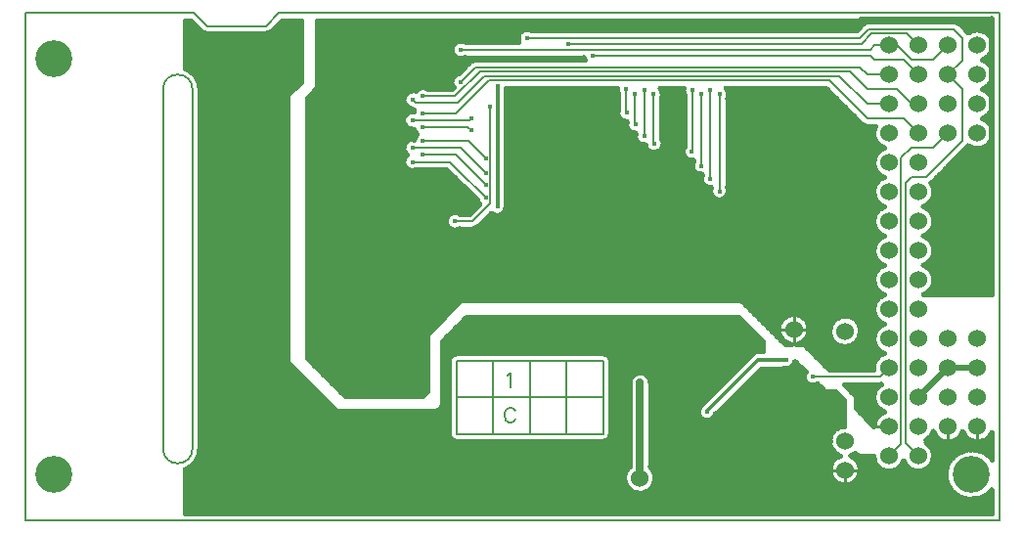
<source format=gtl>
%FSTAX23Y23*%
%MOIN*%
%SFA1B1*%

%IPPOS*%
%ADD10C,0.015000*%
%ADD11C,0.010000*%
%ADD12C,0.007000*%
%ADD13C,0.012000*%
%ADD14C,0.020000*%
%ADD15C,0.025000*%
%ADD16C,0.005000*%
%ADD17C,0.008000*%
%ADD18C,0.060000*%
%ADD19C,0.125980*%
%ADD20C,0.016000*%
%ADD21C,0.025000*%
%LNmb895c-1*%
%LPD*%
G54D10*
X03262Y0157D02*
D01*
D01*
G75*
G03X03295Y01601I-00016J00049D01*
G74*G01*
Y01639D02*
D01*
D01*
G75*
G03X03214Y01662I-00049J-00018D01*
G74*G01*
X03295Y01539D02*
D01*
D01*
G75*
G03X03262Y0157I-00048J-00018D01*
G74*G01*
Y0147D02*
D01*
D01*
G75*
G03X03295Y01501I-00016J00049D01*
G74*G01*
X03183Y01693D02*
D01*
D01*
G75*
G03X03165Y01701I-00018J-00018D01*
G74*G01*
X03183Y01693D02*
D01*
D01*
G75*
G03X03165Y01701I-00018J-00018D01*
G74*G01*
X03295Y01439D02*
D01*
D01*
G75*
G03X03262Y0147I-00048J-00018D01*
G74*G01*
Y0137D02*
D01*
D01*
G75*
G03X03295Y01401I-00016J00049D01*
G74*G01*
Y01339D02*
D01*
D01*
G75*
G03X03262Y0137I-00048J-00018D01*
G74*G01*
X03213Y01278D02*
D01*
D01*
G75*
G03X03295Y01301I00032J00041D01*
G74*G01*
X02898Y01344D02*
D01*
D01*
G75*
G03X02928Y0127I00046J-00024D01*
G74*G01*
D01*
D01*
G75*
G03Y0117I00016J-00050D01*
G74*G01*
X03097Y0112D02*
D01*
D01*
G75*
G03X03086Y01151I-00052J-0D01*
G74*G01*
X03061Y0107D02*
D01*
D01*
G75*
G03X03097Y0112I-00016J00049D01*
G74*G01*
X02928Y0117D02*
D01*
D01*
G75*
G03Y0107I00016J-00050D01*
G74*G01*
X02875Y01701D02*
D01*
D01*
G75*
G03X02856Y01693I0J-00026D01*
G74*G01*
X02875Y01701D02*
D01*
D01*
G75*
G03X02856Y01693I0J-00026D01*
G74*G01*
X02393Y01437D02*
D01*
D01*
G75*
G03X02397Y01453I-00025J00015D01*
G74*G01*
X02851Y01351D02*
D01*
D01*
G75*
G03X0287Y01344I00018J00018D01*
G74*G01*
X02851Y01351D02*
D01*
D01*
G75*
G03X0287Y01344I00018J00018D01*
G74*G01*
X02397Y01453D02*
D01*
D01*
G75*
G03X02389Y01474I-00030J0D01*
G74*G01*
X02243D02*
D01*
D01*
G75*
G03X02247Y01452I00029J-00006D01*
G74*G01*
X02397Y01122D02*
D01*
D01*
G75*
G03X02393Y01138I-00030J0D01*
G74*G01*
X02339Y01135D02*
D01*
D01*
G75*
G03X02397Y01122I00027J-00012D01*
G74*G01*
X02278Y01225D02*
D01*
D01*
G75*
G03X02307Y01179I00025J-00015D01*
G74*G01*
X02247Y01274D02*
D01*
D01*
G75*
G03X02278Y01228I00025J-00016D01*
G74*G01*
X02307Y01179D02*
D01*
D01*
G75*
G03X02339Y01135I00027J-00013D01*
G74*G01*
X03097Y0102D02*
D01*
D01*
G75*
G03X03061Y0107I-00052J-0D01*
G74*G01*
Y0097D02*
D01*
D01*
G75*
G03X03097Y0102I-00016J00049D01*
G74*G01*
X02928Y0107D02*
D01*
D01*
G75*
G03Y0097I00016J-00050D01*
G74*G01*
X03097Y0092D02*
D01*
D01*
G75*
G03X03061Y0097I-00052J-0D01*
G74*G01*
Y0087D02*
D01*
D01*
G75*
G03X03097Y0092I-00016J00049D01*
G74*G01*
Y0082D02*
D01*
D01*
G75*
G03X03061Y0087I-00052J-0D01*
G74*G01*
Y0077D02*
D01*
D01*
G75*
G03X03097Y0082I-00016J00049D01*
G74*G01*
X02928Y0097D02*
D01*
D01*
G75*
G03Y0087I00016J-00050D01*
G74*G01*
D01*
D01*
G75*
G03Y0077I00016J-00050D01*
G74*G01*
D01*
D01*
G75*
G03Y0067I00016J-00050D01*
G74*G01*
D01*
D01*
G75*
G03Y0057I00016J-00050D01*
G74*G01*
D01*
D01*
G75*
G03X02892Y00515I00016J-00049D01*
G74*G01*
X02915Y00465D02*
D01*
D01*
G75*
G03X02918Y00465I0J00023D01*
G74*G01*
D01*
D01*
G75*
G03X02928Y0037I00026J-00045D01*
G74*G01*
D01*
D01*
G75*
G03X02892Y00322I00016J-00049D01*
G74*G01*
X02915Y00465D02*
D01*
D01*
G75*
G03X02918Y00465I0J00023D01*
G74*G01*
X02847Y00645D02*
D01*
D01*
G75*
G03X02742I-00052J0D01*
G74*G01*
D01*
G75*
G03X02847I00052J0D01*
G74*G01*
X02629Y006D02*
D01*
D01*
G75*
G03X02672Y00652I-00009J00051D01*
G74*G01*
D01*
D01*
G75*
G03X0261Y006I-00052J-0D01*
G74*G01*
X01905Y01579D02*
D01*
D01*
G75*
G03X01907Y01571I00030J00006D01*
G74*G01*
X01725Y01671D02*
D01*
D01*
G75*
G03X01682Y01631I-00015J-00025D01*
G74*G01*
X02172Y01453D02*
D01*
D01*
G75*
G03X02164Y01474I-00030J0D01*
G74*G01*
X02168Y01437D02*
D01*
D01*
G75*
G03X02172Y01453I-00025J00015D01*
G74*G01*
X02021Y01401D02*
D01*
D01*
G75*
G03X02051Y01359I00028J-00011D01*
G74*G01*
X02175Y01285D02*
D01*
D01*
G75*
G03X02168Y01305I-00030J0D01*
G74*G01*
X02081Y01319D02*
D01*
D01*
G75*
G03X02114Y0128I00028J-00009D01*
G74*G01*
X02051Y01359D02*
D01*
D01*
G75*
G03X02081Y01319I00028J-00009D01*
G74*G01*
X02017Y01474D02*
D01*
D01*
G75*
G03X02021Y01454I00030J-00003D01*
G74*G01*
X015Y01631D02*
D01*
D01*
G75*
G03Y01579I-00015J-00026D01*
G74*G01*
X01535Y01571D02*
D01*
D01*
G75*
G03X01516Y01563I0J-00026D01*
G74*G01*
X01535Y01571D02*
D01*
D01*
G75*
G03X01516Y01563I0J-00026D01*
G74*G01*
X01638Y01469D02*
D01*
D01*
G75*
G03X01639Y01474I-00028J00010D01*
G74*G01*
X01477Y01524D02*
D01*
D01*
G75*
G03X0146Y01477I00007J-00029D01*
G74*G01*
X0137Y01472D02*
D01*
D01*
G75*
G03X0133Y01464I-00015J-00025D01*
G74*G01*
X01314Y01405D02*
D01*
D01*
G75*
G03X01326Y01399I00016J00019D01*
G74*G01*
X01314Y01405D02*
D01*
D01*
G75*
G03X01326Y01399I00016J00019D01*
G74*G01*
X0133Y01464D02*
D01*
D01*
G75*
G03X01314Y01405I-00009J-00029D01*
G74*G01*
X01336Y01316D02*
D01*
D01*
G75*
G03X01326Y01299I00019J-00023D01*
G74*G01*
X01325Y01334D02*
D01*
D01*
G75*
G03X01336Y01316I00029J00006D01*
G74*G01*
X01326Y01399D02*
D01*
D01*
G75*
G03X01325Y01394I00027J-00011D01*
G74*G01*
D01*
D01*
G75*
G03Y01334I-00005J-00030D01*
G74*G01*
X02114Y0128D02*
D01*
D01*
G75*
G03X02175Y01285I00030J00005D01*
G74*G01*
X0154Y01093D02*
D01*
D01*
G75*
G03X01548Y01078I00029J00007D01*
G74*G01*
X0164Y0107D02*
D01*
D01*
G75*
G03X01638Y01081I-00030J-0D01*
G74*G01*
X01588Y01048D02*
D01*
D01*
G75*
G03X0164Y0107I00021J00021D01*
G74*G01*
X01525Y00995D02*
D01*
D01*
G75*
G03X01542Y01002I0J00024D01*
G74*G01*
X01525Y00995D02*
D01*
D01*
G75*
G03X01542Y01002I0J00024D01*
G74*G01*
X01326Y01299D02*
D01*
D01*
G75*
G03X013Y01246I-00006J-00029D01*
G74*G01*
D01*
D01*
G75*
G03X01335Y01196I00019J-00023D01*
G74*G01*
X01482Y01045D02*
D01*
D01*
G75*
G03Y00995I-00017J-00025D01*
G74*G01*
X02584Y00519D02*
D01*
D01*
G75*
G03X02625Y00542I00010J00028D01*
G74*G01*
X0266Y00507D02*
D01*
D01*
G75*
G03X02702Y00465I00024J-00017D01*
G74*G01*
X02497Y00576D02*
D01*
D01*
G75*
G03X02477Y00567I0J-00028D01*
G74*G01*
X02497Y00576D02*
D01*
D01*
G75*
G03X02477Y00567I-0J-00028D01*
G74*G01*
X03196Y00304D02*
D01*
D01*
G75*
G03X03295Y00301I00050J00016D01*
G74*G01*
X03095Y00305D02*
D01*
D01*
G75*
G03X03196Y00304I00050J00014D01*
G74*G01*
X0307Y00274D02*
D01*
D01*
G75*
G03X03095Y00305I-00024J00046D01*
G74*G01*
X0213Y0047D02*
D01*
D01*
G75*
G03X0206I-00035J0D01*
G74*G01*
X01995Y00545D02*
D01*
D01*
G75*
G03X0197Y0057I-00025J0D01*
G74*G01*
X01995Y00545D02*
D01*
D01*
G75*
G03X0197Y0057I-00025J0D01*
G74*G01*
X01995Y00545D02*
D01*
D01*
G75*
G03X0197Y0057I-00025J0D01*
G74*G01*
X01995Y00545D02*
D01*
D01*
G75*
G03X0197Y0057I-00025J0D01*
G74*G01*
X01995Y00545D02*
D01*
D01*
G75*
G03X0197Y0057I-00025J0D01*
G74*G01*
X0213Y0047D02*
D01*
D01*
G75*
G03X0206I-00035J0D01*
G74*G01*
X02304Y00395D02*
D01*
D01*
G75*
G03X02298Y00384I00020J-00020D01*
G74*G01*
D01*
D01*
G75*
G03X02355Y00365I00026J-00014D01*
G74*G01*
X02304Y00395D02*
D01*
D01*
G75*
G03X02298Y00384I00020J-00020D01*
G74*G01*
X0197Y0027D02*
D01*
D01*
G75*
G03X01995Y00295I0J00025D01*
G74*G01*
X0197Y0027D02*
D01*
D01*
G75*
G03X01995Y00295I0J00025D01*
G74*G01*
X0197Y0027D02*
D01*
D01*
G75*
G03X01995Y00295I0J00025D01*
G74*G01*
X0197Y0027D02*
D01*
D01*
G75*
G03X01995Y00295I0J00025D01*
G74*G01*
X03295Y00209D02*
D01*
D01*
G75*
G03X03198Y00238I-00068J-00051D01*
G74*G01*
X03097Y0022D02*
D01*
D01*
G75*
G03X0307Y00266I-00052J-0D01*
G74*G01*
X03198Y00238D02*
D01*
D01*
G75*
G03X03251Y00075I00024J-00081D01*
G74*G01*
X02995Y00204D02*
D01*
D01*
G75*
G03X03097Y0022I00049J00016D01*
G74*G01*
X02813Y0022D02*
D01*
D01*
G75*
G03X02829Y0023I-00017J00049D01*
G74*G01*
X0279Y00322D02*
D01*
D01*
G75*
G03X02777Y00221I00005J-00052D01*
G74*G01*
X02892Y0022D02*
D01*
D01*
G75*
G03X02995Y00204I00052J-0D01*
G74*G01*
X02847Y00172D02*
D01*
D01*
G75*
G03X02813Y0022I-00052J-0D01*
G74*G01*
X02777Y00221D02*
D01*
D01*
G75*
G03X02847Y00172I00017J-00049D01*
G74*G01*
X03251Y00075D02*
D01*
D01*
G75*
G03X03295Y00105I-00024J00082D01*
G74*G01*
X02147Y00145D02*
D01*
D01*
G75*
G03X0213Y00184I-00052J0D01*
G74*G01*
X0206D02*
D01*
D01*
G75*
G03X02147Y00145I00035J-00039D01*
G74*G01*
X0147Y0057D02*
D01*
D01*
G75*
G03X01445Y00545I0J-00025D01*
G74*G01*
X0147Y0057D02*
D01*
D01*
G75*
G03X01445Y00545I0J-00025D01*
G74*G01*
X0147Y0057D02*
D01*
D01*
G75*
G03X01445Y00545I0J-00025D01*
G74*G01*
X0147Y0057D02*
D01*
D01*
G75*
G03X01445Y00545I0J-00025D01*
G74*G01*
X0082Y0166D02*
D01*
D01*
G75*
G03X00837Y01667I0J00024D01*
G74*G01*
X0082Y0166D02*
D01*
D01*
G75*
G03X00837Y01667I0J00024D01*
G74*G01*
X00602D02*
D01*
D01*
G75*
G03X0062Y0166I00017J00017D01*
G74*G01*
X00602Y01667D02*
D01*
D01*
G75*
G03X0062Y0166I00017J00017D01*
G74*G01*
X00595Y0147D02*
D01*
D01*
G75*
G03X00545Y01541I-00075J-0D01*
G74*G01*
X01445Y00295D02*
D01*
D01*
G75*
G03X0147Y0027I00025J0D01*
G74*G01*
X01445Y00295D02*
D01*
D01*
G75*
G03X0147Y0027I00025J0D01*
G74*G01*
X01445Y00295D02*
D01*
D01*
G75*
G03X0147Y0027I00025J0D01*
G74*G01*
X01445Y00295D02*
D01*
D01*
G75*
G03X0147Y0027I00025J0D01*
G74*G01*
X00545Y00174D02*
D01*
D01*
G75*
G03X00595Y00245I-00025J00070D01*
G74*G01*
X0328Y01659D02*
Y01705D01*
X03295Y01639D02*
Y01705D01*
X03265Y01668D02*
Y01705D01*
X03273Y01665D02*
X03295D01*
X03289Y0165D02*
X03295D01*
X03197Y0168D02*
X03295D01*
X0325Y01672D02*
Y01705D01*
X03235Y01671D02*
Y01705D01*
X0322Y01666D02*
Y01705D01*
X03205Y01671D02*
Y01705D01*
X03212Y01665D02*
X03218D01*
X0319Y01686D02*
Y01705D01*
X03295Y01539D02*
Y01601D01*
X03288Y0159D02*
X03295D01*
X0328Y0156D02*
X03295D01*
X03272Y01575D02*
X03295D01*
X0328Y01559D02*
Y01581D01*
X03284Y01485D02*
X03295D01*
Y01439D02*
Y01501D01*
X0328Y01459D02*
Y01481D01*
X03175Y01698D02*
Y01705D01*
X0316Y01701D02*
Y01705D01*
X03145Y01701D02*
Y01705D01*
X0313Y01701D02*
Y01705D01*
X03115Y01701D02*
Y01705D01*
X031Y01701D02*
Y01705D01*
X03085Y01701D02*
Y01705D01*
X0307Y01701D02*
Y01705D01*
X03055Y01701D02*
Y01705D01*
X0304Y01701D02*
Y01705D01*
X03025Y01701D02*
Y01705D01*
X0301Y01701D02*
Y01705D01*
X02995Y01701D02*
Y01705D01*
X03181Y01695D02*
X03295D01*
X03183Y01693D02*
X03213Y01663D01*
X02875Y01701D02*
X03165D01*
X0298D02*
Y01705D01*
X02965Y01701D02*
Y01705D01*
X0295Y01701D02*
Y01705D01*
X02935Y01701D02*
Y01705D01*
X0292Y01701D02*
Y01705D01*
X02905Y01701D02*
Y01705D01*
X03262Y0147D02*
X03295D01*
X03285Y01455D02*
X03295D01*
X03279Y0138D02*
X03295D01*
X03273Y01365D02*
X03295D01*
X0328Y01359D02*
Y01381D01*
X03295Y01339D02*
Y01401D01*
X03289Y0135D02*
X03295D01*
X03288Y0129D02*
X03295D01*
X03272Y01275D02*
X03295D01*
X03195Y0126D02*
X03295D01*
X0318Y01245D02*
X03295D01*
X03165Y0123D02*
X03295D01*
X0315Y01215D02*
X03295D01*
X03135Y012D02*
X03295D01*
X0321Y01275D02*
X03219D01*
X0312Y01185D02*
X03295D01*
X03105Y0117D02*
X03295D01*
X03097Y01125D02*
X03295D01*
X03096Y0111D02*
X03295D01*
X03093Y0114D02*
X03295D01*
X0292Y01266D02*
Y01273D01*
X03087Y01152D02*
X03212Y01277D01*
X0309Y01155D02*
X03295D01*
X02393Y0117D02*
X02928D01*
X02393Y01275D02*
X02918D01*
X02905Y01255D02*
Y01285D01*
X02393Y0126D02*
X0291D01*
X0292Y01166D02*
Y01173D01*
X02905Y01155D02*
Y01185D01*
X02393Y01185D02*
X02906D01*
X03091Y01095D02*
X03295D01*
X03078Y0108D02*
X03295D01*
X03088Y0105D02*
X03295D01*
X03095Y01035D02*
X03295D01*
X03072Y01065D02*
X03295D01*
X02393Y01155D02*
X02905D01*
X0307Y01065D02*
Y01074D01*
X03085Y01053D02*
Y01087D01*
X0292Y01066D02*
Y01073D01*
X0289Y01701D02*
Y01705D01*
X02875Y01701D02*
Y01705D01*
X0286Y01697D02*
Y01705D01*
X02845Y01682D02*
Y01705D01*
X0283Y01671D02*
Y01705D01*
X02815Y01671D02*
Y01705D01*
X028Y01671D02*
Y01705D01*
X02785Y01671D02*
Y01705D01*
X0277Y01671D02*
Y01705D01*
X02755Y01671D02*
Y01705D01*
X0274Y01671D02*
Y01705D01*
X02725Y01671D02*
Y01705D01*
X0271Y01671D02*
Y01705D01*
X02695Y01671D02*
Y01705D01*
X0268Y01671D02*
Y01705D01*
X02665Y01671D02*
Y01705D01*
X0265Y01671D02*
Y01705D01*
X02635Y01671D02*
Y01705D01*
X0262Y01671D02*
Y01705D01*
X02605Y01671D02*
Y01705D01*
X0259Y01671D02*
Y01705D01*
X02575Y01671D02*
Y01705D01*
X0256Y01671D02*
Y01705D01*
X02545Y01671D02*
Y01705D01*
X0253Y01671D02*
Y01705D01*
X02515Y01671D02*
Y01705D01*
X025Y01671D02*
Y01705D01*
X02485Y01671D02*
Y01705D01*
X0247Y01671D02*
Y01705D01*
X02455Y01671D02*
Y01705D01*
X0244Y01671D02*
Y01705D01*
X02425Y01671D02*
Y01705D01*
X0241Y01671D02*
Y01705D01*
X02395Y01671D02*
Y01705D01*
X0238Y01671D02*
Y01705D01*
X02365Y01671D02*
Y01705D01*
X0235Y01671D02*
Y01705D01*
X02335Y01671D02*
Y01705D01*
X0232Y01671D02*
Y01705D01*
X02305Y01671D02*
Y01705D01*
X0229Y01671D02*
Y01705D01*
X02275Y01671D02*
Y01705D01*
X0226Y01671D02*
Y01705D01*
X02245Y01671D02*
Y01705D01*
X0223Y01671D02*
Y01705D01*
X02215Y01671D02*
Y01705D01*
X022Y01671D02*
Y01705D01*
X02185Y01671D02*
Y01705D01*
X02834Y01671D02*
X02856Y01693D01*
X02393Y0141D02*
X02793D01*
X02393Y01395D02*
X02808D01*
X02393Y0138D02*
X02823D01*
X02395Y01463D02*
Y01474D01*
X02397Y01455D02*
X02748D01*
X02392Y0147D02*
X02733D01*
X02394Y0144D02*
X02763D01*
X02393Y01425D02*
X02778D01*
X0287Y01344D02*
X02898D01*
X02393Y01335D02*
X02894D01*
X02397Y01125D02*
X02892D01*
X02905Y01055D02*
Y01085D01*
X02395Y0111D02*
X02893D01*
X02729Y01474D02*
X02851Y01351D01*
X02395Y01132D02*
Y01442D01*
X02393Y01138D02*
Y01437D01*
Y01365D02*
X02838D01*
X02393Y0135D02*
X02853D01*
X02393Y0132D02*
X02892D01*
X02393Y01305D02*
X02894D01*
X02389Y01474D02*
X02729D01*
X02393Y0129D02*
X02902D01*
X02393Y01245D02*
X02898D01*
X02393Y0123D02*
X02893D01*
X02247Y01274D02*
Y01452D01*
X02175Y0129D02*
X02247D01*
X02245Y01272D02*
Y01453D01*
X02173Y01275D02*
X02247D01*
X02393Y01215D02*
X02892D01*
X02393Y012D02*
X02896D01*
X02393Y0114D02*
X02896D01*
X0238Y01095D02*
X02898D01*
X02275Y0122D02*
Y01227D01*
X02305Y01174D02*
Y01179D01*
X03097Y0102D02*
X03295D01*
X03095Y01005D02*
X03295D01*
X03091Y00945D02*
X03295D01*
X03096Y0093D02*
X03295D01*
X03097Y00915D02*
X03295D01*
X03093Y009D02*
X03295D01*
Y0077D02*
Y01301D01*
X0328Y0077D02*
Y01281D01*
X03093Y0084D02*
X03295D01*
X03097Y00825D02*
X03295D01*
X03096Y0081D02*
X03295D01*
X03091Y00795D02*
X03295D01*
X03265Y0077D02*
Y01271D01*
X03235Y0077D02*
Y01268D01*
X0322Y0077D02*
Y01274D01*
X0325Y0077D02*
Y01268D01*
X03205Y0077D02*
Y0127D01*
X0319Y0077D02*
Y01255D01*
X03175Y0077D02*
Y0124D01*
X0316Y0077D02*
Y01225D01*
X03145Y0077D02*
Y0121D01*
X0313Y0077D02*
Y01195D01*
X03115Y0077D02*
Y0118D01*
X031Y0077D02*
Y01165D01*
X03087Y0099D02*
X03295D01*
X03079Y0096D02*
X03295D01*
X03083Y00885D02*
X03295D01*
X03071Y00975D02*
X03295D01*
X02905Y00955D02*
Y00985D01*
X03085Y00953D02*
Y00987D01*
X0307Y00965D02*
Y00974D01*
X0292Y00966D02*
Y00973D01*
X03085Y00853D02*
Y00887D01*
X03061Y0087D02*
X03295D01*
X03084Y00855D02*
X03295D01*
X0307Y00865D02*
Y00874D01*
X02905Y00855D02*
Y00885D01*
X0292Y00866D02*
Y00873D01*
X03085Y0077D02*
Y00787D01*
X03078Y0078D02*
X03295D01*
X0307Y0077D02*
Y00774D01*
X0292Y00766D02*
Y00773D01*
X03061Y0077D02*
X03295D01*
X02905Y00755D02*
Y00785D01*
X0292Y00666D02*
Y00673D01*
X02905Y00655D02*
Y00685D01*
X0292Y00566D02*
Y00573D01*
X02905Y00555D02*
Y00585D01*
X02847Y00645D02*
X02898D01*
X0292Y00366D02*
Y00373D01*
X02905Y00455D02*
Y00465D01*
Y00355D02*
Y00385D01*
X0287Y00345D02*
X02898D01*
X02885Y0033D02*
X02893D01*
X02855Y0036D02*
X0291D01*
X02822Y0069D02*
X02902D01*
X02838Y00675D02*
X02918D01*
X0244Y0075D02*
X02901D01*
X02845Y0066D02*
X0291D01*
X02685Y0057D02*
X02928D01*
X0267Y00585D02*
X02906D01*
X0247Y0072D02*
X02892D01*
X02485Y00705D02*
X02894D01*
X02455Y00735D02*
X02894D01*
X02845Y0063D02*
X02893D01*
X02837Y00615D02*
X02892D01*
X02821Y006D02*
X02896D01*
X0279Y00465D02*
X02917D01*
X0279Y00465D02*
X02915D01*
X027Y00555D02*
X02905D01*
X0283Y0039D02*
X02902D01*
X0284Y00375D02*
X02918D01*
X02805Y0045D02*
X02901D01*
X0273Y00525D02*
X02892D01*
X0274Y00515D02*
X02892D01*
X02715Y0054D02*
X02896D01*
X0283Y0042D02*
X02892D01*
X0283Y00405D02*
X02894D01*
X0282Y00435D02*
X02894D01*
X02785Y00697D02*
Y01417D01*
X0277Y00691D02*
Y01432D01*
X02755Y0068D02*
Y01447D01*
X02815Y00693D02*
Y01387D01*
X0283Y00683D02*
Y01372D01*
X028Y00697D02*
Y01402D01*
X02635Y00702D02*
Y01474D01*
X0265Y00694D02*
Y01474D01*
X0262Y00704D02*
Y01474D01*
X02605Y00702D02*
Y01474D01*
X0259Y00695D02*
Y01474D01*
X02575Y0068D02*
Y01474D01*
X02845Y00658D02*
Y01357D01*
X0274Y00515D02*
Y01462D01*
X02725Y00529D02*
Y01474D01*
X0289Y00515D02*
Y01344D01*
X02875Y00515D02*
Y01344D01*
X0286Y00515D02*
Y01345D01*
X02695Y00559D02*
Y01474D01*
X0271Y00544D02*
Y01474D01*
X0268Y00574D02*
Y01474D01*
X02665Y00677D02*
Y01474D01*
X0256Y00629D02*
Y01474D01*
X02545Y00644D02*
Y01474D01*
X02425Y0075D02*
Y01474D01*
X0241Y0075D02*
Y01474D01*
X02395Y0075D02*
Y01112D01*
X0238Y0075D02*
Y01095D01*
X02365Y0075D02*
Y01092D01*
X0235Y0075D02*
Y01096D01*
X0229Y0075D02*
Y01182D01*
X02275Y0075D02*
Y01198D01*
X0226Y0075D02*
Y01229D01*
X02335Y0075D02*
Y01134D01*
X0232Y0075D02*
Y01138D01*
X02305Y0075D02*
Y01156D01*
X02515Y00674D02*
Y01474D01*
X0253Y00659D02*
Y01474D01*
X025Y00689D02*
Y01474D01*
X0247Y00719D02*
Y01474D01*
X02485Y00704D02*
Y01474D01*
X02455Y00734D02*
Y01474D01*
X0223Y0075D02*
Y01474D01*
X0244Y00749D02*
Y01474D01*
X02215Y0075D02*
Y01474D01*
X02245Y0075D02*
Y01243D01*
X022Y0075D02*
Y01474D01*
X02185Y0075D02*
Y01474D01*
X02845Y00515D02*
Y00632D01*
X0283Y00515D02*
Y00607D01*
X02815Y00515D02*
Y00597D01*
X028Y00515D02*
Y00593D01*
X02785Y00515D02*
Y00593D01*
X02671Y0066D02*
X02744D01*
X02672Y00645D02*
X02742D01*
X02667Y00675D02*
X02751D01*
X02667Y0063D02*
X02744D01*
X0277Y00515D02*
Y00598D01*
X02665Y00589D02*
Y00626D01*
X02875Y00339D02*
Y00465D01*
X0289Y00324D02*
Y00465D01*
X0286Y00354D02*
Y00465D01*
X02845Y00369D02*
Y00465D01*
X02835Y0038D02*
X02892Y00322D01*
X0283Y00385D02*
X02835Y0038D01*
X0279Y00465D02*
X0283Y00425D01*
X0283Y00384D02*
Y00465D01*
X02755Y00515D02*
Y0061D01*
X02815Y00439D02*
Y00465D01*
X0283Y00385D02*
Y00425D01*
X028Y00454D02*
Y00465D01*
X02656Y0069D02*
X02767D01*
X025D02*
X02583D01*
X02657Y00615D02*
X02752D01*
X0253Y0066D02*
X02568D01*
X02545Y00645D02*
X02567D01*
X02515Y00675D02*
X02572D01*
X02575Y00614D02*
Y00623D01*
X02575Y00615D02*
X02582D01*
X0256Y0063D02*
X02572D01*
X02655Y006D02*
X02665Y0059D01*
X02655Y006D02*
X02768D01*
X02665Y0059D02*
X0274Y00515D01*
X02629Y006D02*
X02655D01*
X0265D02*
Y00609D01*
X0244Y0075D02*
X0259Y006D01*
X0259D02*
Y00608D01*
X0259Y006D02*
X0261D01*
X0217Y01671D02*
Y01705D01*
X02155Y01671D02*
Y01705D01*
X0214Y01671D02*
Y01705D01*
X02125Y01671D02*
Y01705D01*
X0211Y01671D02*
Y01705D01*
X02095Y01671D02*
Y01705D01*
X0208Y01671D02*
Y01705D01*
X02065Y01671D02*
Y01705D01*
X0205Y01671D02*
Y01705D01*
X02035Y01671D02*
Y01705D01*
X0202Y01671D02*
Y01705D01*
X02005Y01671D02*
Y01705D01*
X0199Y01671D02*
Y01705D01*
X01975Y01671D02*
Y01705D01*
X0196Y01671D02*
Y01705D01*
X01945Y01671D02*
Y01705D01*
X0193Y01671D02*
Y01705D01*
X01915Y01671D02*
Y01705D01*
X019Y01671D02*
Y01705D01*
X01885Y01671D02*
Y01705D01*
X0187Y01671D02*
Y01705D01*
X019Y01571D02*
Y01579D01*
X01885Y01571D02*
Y01579D01*
X01855Y01671D02*
Y01705D01*
X0184Y01671D02*
Y01705D01*
X00995D02*
X03295D01*
X00995Y01695D02*
X02858D01*
X01825Y01671D02*
Y01705D01*
X00995Y0168D02*
X02842D01*
X0181Y01671D02*
Y01705D01*
X01795Y01671D02*
Y01705D01*
X0178Y01671D02*
Y01705D01*
X01765Y01671D02*
Y01705D01*
X0175Y01671D02*
Y01705D01*
X01705Y01675D02*
Y01705D01*
X01725Y01671D02*
X02834D01*
X0187Y01571D02*
Y01579D01*
X015D02*
X01905D01*
X01855Y01571D02*
Y01579D01*
X0184Y01571D02*
Y01579D01*
X01825Y01571D02*
Y01579D01*
X01735Y01671D02*
Y01705D01*
X0172Y01673D02*
Y01705D01*
X0169Y01669D02*
Y01705D01*
X0181Y01571D02*
Y01579D01*
X01795Y01571D02*
Y01579D01*
X02172Y01455D02*
X02245D01*
X02169Y0144D02*
X02247D01*
X02164Y01474D02*
X02243D01*
X02168Y01425D02*
X02247D01*
X02168Y0141D02*
X02247D01*
X02168Y01395D02*
X02247D01*
X02167Y0147D02*
X02242D01*
X0217Y01463D02*
Y01474D01*
X02021Y01401D02*
Y01454D01*
X0202Y01399D02*
Y01456D01*
X02168Y0138D02*
X02247D01*
X02168Y01365D02*
X02247D01*
X02168Y0135D02*
X02247D01*
X02168Y01335D02*
X02247D01*
X02168Y0132D02*
X02247D01*
X02168Y01305D02*
X02247D01*
X02168Y01305D02*
Y01437D01*
X0217Y01301D02*
Y01442D01*
X01535Y01571D02*
X01907D01*
X01488Y01575D02*
X01906D01*
X01639Y01474D02*
X02017D01*
X01638Y0147D02*
X02017D01*
X01638Y01455D02*
X02021D01*
X0178Y01571D02*
Y01579D01*
X01765Y01571D02*
Y01579D01*
X0175Y01571D02*
Y01579D01*
X01735Y01571D02*
Y01579D01*
X0172Y01571D02*
Y01579D01*
X01705Y01571D02*
Y01579D01*
X01638Y0135D02*
X02049D01*
X01638Y01335D02*
X02053D01*
X01638Y0132D02*
X02076D01*
X01638Y01305D02*
X02079D01*
X01638Y0129D02*
X02087D01*
X01638Y01275D02*
X02116D01*
X01638Y0144D02*
X02021D01*
X01638Y01425D02*
X02021D01*
X01638Y0141D02*
X02021D01*
X01638Y01395D02*
X02019D01*
X01638Y0138D02*
X02021D01*
X01638Y01365D02*
X02032D01*
X01675Y01631D02*
Y01705D01*
X0166Y01631D02*
Y01705D01*
X01645Y01631D02*
Y01705D01*
X0163Y01631D02*
Y01705D01*
X01615Y01631D02*
Y01705D01*
X016Y01631D02*
Y01705D01*
X01585Y01631D02*
Y01705D01*
X0157Y01631D02*
Y01705D01*
X01555Y01631D02*
Y01705D01*
X0154Y01631D02*
Y01705D01*
X01525Y01631D02*
Y01705D01*
X0151Y01631D02*
Y01705D01*
X0169Y01571D02*
Y01579D01*
X01675Y01571D02*
Y01579D01*
X015Y01631D02*
X01682D01*
X0166Y01571D02*
Y01579D01*
X01645Y01571D02*
Y01579D01*
X0163Y01571D02*
Y01579D01*
X01615Y01571D02*
Y01579D01*
X016Y01571D02*
Y01579D01*
X01585Y01571D02*
Y01579D01*
X0157Y01571D02*
Y01579D01*
X01555Y01571D02*
Y01579D01*
X0154Y01571D02*
Y01579D01*
X0148Y01635D02*
Y01705D01*
X01495Y01633D02*
Y01705D01*
X00995Y01665D02*
X01686D01*
X01491Y01635D02*
X01681D01*
X00995Y0165D02*
X01679D01*
X00995Y01635D02*
X01478D01*
X01465Y01629D02*
Y01705D01*
X00995Y0162D02*
X01458D01*
X00995Y01605D02*
X01454D01*
X01465Y01519D02*
Y01581D01*
X00995Y0159D02*
X01458D01*
X0145Y01472D02*
Y01705D01*
X01435Y01472D02*
Y01705D01*
X0142Y01472D02*
Y01705D01*
X01405Y01472D02*
Y01705D01*
X0139Y01472D02*
Y01705D01*
X01375Y01472D02*
Y01705D01*
X0136Y01476D02*
Y01705D01*
X01345Y01475D02*
Y01705D01*
X0133Y01465D02*
Y01705D01*
X01315Y01465D02*
Y01705D01*
X013Y01458D02*
Y01705D01*
X00995Y01475D02*
Y01705D01*
X01525Y01569D02*
Y01579D01*
X0151Y01557D02*
Y01579D01*
X01477Y01524D02*
X01516Y01563D01*
X01495Y01542D02*
Y01576D01*
X0148Y01527D02*
Y01575D01*
X01455Y01472D02*
X0146Y01477D01*
X0137Y01472D02*
X01455D01*
X0133Y01311D02*
Y01322D01*
X01315Y01394D02*
Y01404D01*
X013Y01388D02*
Y01412D01*
X01322Y01395D02*
X01325D01*
X01315Y013D02*
Y01334D01*
X013Y01293D02*
Y0134D01*
X00995Y01575D02*
X01481D01*
X00995Y0156D02*
X01512D01*
X00995Y01545D02*
X01497D01*
X00995Y0153D02*
X01482D01*
X00995Y01515D02*
X01461D01*
X00995Y015D02*
X01454D01*
X00995Y01485D02*
X01456D01*
X00989Y0147D02*
X01335D01*
X0096Y0144D02*
X00995Y01475D01*
X00974Y01455D02*
X01297D01*
X0096Y0144D02*
X0129D01*
X0096Y01425D02*
X01292D01*
X0096Y0141D02*
X01303D01*
X0096Y01395D02*
X01317D01*
X0096Y01335D02*
X01312D01*
X0096Y0132D02*
X01332D01*
X0096Y01305D02*
X01327D01*
X0096Y0138D02*
X01293D01*
X0096Y01365D02*
X01289D01*
X0096Y0135D02*
X01293D01*
X0096Y0129D02*
X01296D01*
X0096Y01275D02*
X01289D01*
X02162Y0126D02*
X02242D01*
X0217Y0075D02*
Y01269D01*
X02155Y0075D02*
Y01256D01*
X0214Y0075D02*
Y01255D01*
X02125Y0075D02*
Y01261D01*
X02065Y0075D02*
Y01323D01*
X0205Y0075D02*
Y01341D01*
X02035Y0075D02*
Y01363D01*
X0211Y0075D02*
Y01279D01*
X02095Y0075D02*
Y01283D01*
X0208Y0075D02*
Y01301D01*
X02005Y0075D02*
Y01474D01*
X0199Y0075D02*
Y01474D01*
X01975Y0075D02*
Y01474D01*
X0202Y0075D02*
Y01381D01*
X0196Y0075D02*
Y01474D01*
X01945Y0075D02*
Y01474D01*
X0193Y0075D02*
Y01474D01*
X01915Y0075D02*
Y01474D01*
X019Y0075D02*
Y01474D01*
X01885Y0075D02*
Y01474D01*
X0187Y0075D02*
Y01474D01*
X01855Y0075D02*
Y01474D01*
X01638Y0123D02*
X0226D01*
X01638Y01215D02*
X02274D01*
X01638Y012D02*
X02275D01*
X01638Y01185D02*
X02286D01*
X01638Y0117D02*
X02304D01*
X01638Y01155D02*
X02306D01*
X0184Y0075D02*
Y01474D01*
X01825Y0075D02*
Y01474D01*
X01638Y01081D02*
Y01469D01*
Y0126D02*
X02127D01*
X01638Y01245D02*
X02245D01*
X01452Y01181D02*
X0154Y01093D01*
X0181Y0075D02*
Y01474D01*
X01795Y0075D02*
Y01474D01*
X0178Y0075D02*
Y01474D01*
X01765Y0075D02*
Y01474D01*
X0175Y0075D02*
Y01474D01*
X01735Y0075D02*
Y01474D01*
X0172Y0075D02*
Y01474D01*
X01705Y0075D02*
Y01474D01*
X0169Y0075D02*
Y01474D01*
X01675Y0075D02*
Y01474D01*
X0166Y0075D02*
Y01474D01*
X01645Y0075D02*
Y01474D01*
X01638Y01125D02*
X02336D01*
X01638Y0111D02*
X02339D01*
X01638Y01095D02*
X02354D01*
X01638Y0108D02*
X02911D01*
X0164Y01065D02*
X02917D01*
X01632Y0105D02*
X02901D01*
X01638Y0114D02*
X02317D01*
X01525Y01056D02*
Y01107D01*
X0154Y01071D02*
Y01091D01*
X0163Y0075D02*
Y01048D01*
X01615Y0075D02*
Y0104D01*
X016Y0075D02*
Y01041D01*
X01575Y01035D02*
X02894D01*
X0156Y0102D02*
X02892D01*
X01545Y01005D02*
X02894D01*
X01585Y0075D02*
Y01045D01*
X0157Y0075D02*
Y0103D01*
X01542Y01002D02*
X01588Y01048D01*
X01555Y0075D02*
Y01015D01*
X0154Y0075D02*
Y01001D01*
X01468Y0099D02*
X02902D01*
X0096Y00975D02*
X02918D01*
X0096Y0096D02*
X0291D01*
X0096Y00945D02*
X02898D01*
X0096Y0093D02*
X02893D01*
X0096Y00915D02*
X02892D01*
X0096Y01095D02*
X01538D01*
X01514Y01045D02*
X01548Y01078D01*
X0096Y0108D02*
X01547D01*
X01482Y00995D02*
X01525D01*
X0096Y01065D02*
X01534D01*
X0096Y00885D02*
X02906D01*
X0096Y0087D02*
X02928D01*
X0096Y00855D02*
X02905D01*
X0096Y00795D02*
X02898D01*
X0096Y0078D02*
X02911D01*
X0096Y00765D02*
X02917D01*
X0096Y009D02*
X02896D01*
X0096Y0084D02*
X02896D01*
X0096Y00825D02*
X02892D01*
X01485Y0075D02*
X0244D01*
X0096Y0081D02*
X02893D01*
X01436Y01196D02*
X01452Y01181D01*
X01435Y01029D02*
Y01196D01*
X01335D02*
X01436D01*
X01465Y0105D02*
Y01167D01*
X0148Y01046D02*
Y01152D01*
X0145Y01047D02*
Y01182D01*
X0142Y00686D02*
Y01196D01*
X01405Y00671D02*
Y01196D01*
X0139Y00656D02*
Y01196D01*
X01375Y00641D02*
Y01196D01*
X0136Y00431D02*
Y01196D01*
X013Y00425D02*
Y01199D01*
X01285Y00425D02*
Y01705D01*
X01345Y00425D02*
Y01196D01*
X0133Y00425D02*
Y01194D01*
X01315Y00425D02*
Y01192D01*
X0127Y00425D02*
Y01705D01*
X01255Y00425D02*
Y01705D01*
X0124Y00425D02*
Y01705D01*
X01225Y00425D02*
Y01705D01*
X0121Y00425D02*
Y01705D01*
X01195Y00425D02*
Y01705D01*
X0096Y0126D02*
X01291D01*
X0096Y01245D02*
X01299D01*
X0096Y012D02*
X01299D01*
X0096Y01185D02*
X01448D01*
X0096Y0117D02*
X01463D01*
X0096Y01155D02*
X01478D01*
X00985Y00529D02*
Y01466D01*
X01Y00514D02*
Y01705D01*
X0097Y00544D02*
Y01451D01*
X0096Y0123D02*
X0129D01*
X0096Y00555D02*
Y0144D01*
Y01215D02*
X0129D01*
X0118Y00425D02*
Y01705D01*
X01165Y00425D02*
Y01705D01*
X0115Y00425D02*
Y01705D01*
X01135Y00425D02*
Y01705D01*
X0112Y00425D02*
Y01705D01*
X01105Y00425D02*
Y01705D01*
X01075Y00439D02*
Y01705D01*
X0109Y00425D02*
Y01705D01*
X0106Y00454D02*
Y01705D01*
X0103Y00484D02*
Y01705D01*
X01045Y00469D02*
Y01705D01*
X01015Y00499D02*
Y01705D01*
X0151Y01045D02*
Y01122D01*
X01495Y01045D02*
Y01137D01*
X01471Y0105D02*
X01519D01*
X01525Y0075D02*
Y00995D01*
X0151Y0075D02*
Y00995D01*
X01482Y01045D02*
X01514D01*
X01495Y0075D02*
Y00995D01*
X01435Y00701D02*
Y01011D01*
X0148Y00746D02*
Y00994D01*
X01465Y00731D02*
Y00989D01*
X0145Y00716D02*
Y00993D01*
X0137Y00635D02*
X01485Y0075D01*
X0099Y00525D02*
X0137D01*
X00975Y0054D02*
X0137D01*
X0102Y00495D02*
X0137D01*
X01035Y0048D02*
X0137D01*
X01005Y0051D02*
X0137D01*
X01065Y0045D02*
X0137D01*
Y0044D02*
Y00635D01*
X0105Y00465D02*
X0137D01*
X01355Y00425D02*
X0137Y0044D01*
X0109Y00425D02*
X01355D01*
X0108Y00435D02*
X01364D01*
X0096Y0114D02*
X01493D01*
X0096Y01125D02*
X01508D01*
X0096Y0111D02*
X01523D01*
X0096Y0099D02*
X01461D01*
X0096Y0075D02*
X01484D01*
X0096Y00735D02*
X01469D01*
X0096Y0105D02*
X01458D01*
X0096Y01035D02*
X01438D01*
X0096Y0102D02*
X01434D01*
X0096Y01005D02*
X01438D01*
X0096Y0072D02*
X01454D01*
X0096Y00705D02*
X01439D01*
X0096Y0069D02*
X01424D01*
X0096Y00675D02*
X01409D01*
X0096Y0066D02*
X01394D01*
X0096Y00645D02*
X01379D01*
X0096Y0063D02*
X0137D01*
X0096Y00615D02*
X0137D01*
X0096Y006D02*
X0137D01*
X0096Y00585D02*
X0137D01*
X0096Y0057D02*
X0137D01*
X0096Y00555D02*
X0137D01*
X0096Y00555D02*
X0109Y00425D01*
X02624Y0054D02*
X02627D01*
X02625Y00542D02*
X0266Y00507D01*
X02615Y00525D02*
X02642D01*
X025Y0051D02*
X02657D01*
X02515Y00576D02*
Y0061D01*
X025Y00576D02*
Y00624D01*
X02485Y00573D02*
Y00639D01*
X02509Y00519D02*
X02584D01*
X02497Y00576D02*
X02515D01*
X0276Y00442D02*
X0279Y00412D01*
X0277Y00316D02*
Y00431D01*
X02725Y00442D02*
X0276D01*
X0279Y00322D02*
Y00412D01*
X02785Y00321D02*
Y00416D01*
X02702Y00465D02*
X02715Y00452D01*
X02485Y00495D02*
X02654D01*
X02755Y00304D02*
Y00442D01*
X02715Y00452D02*
X02725Y00442D01*
X0247Y00561D02*
Y00654D01*
X0243Y00695D02*
X02515Y0061D01*
X01973Y0057D02*
X02479D01*
X02455Y00546D02*
Y00669D01*
X0244Y00531D02*
Y00684D01*
X01993Y00555D02*
X02464D01*
X01995Y0054D02*
X02449D01*
X01995Y00525D02*
X02434D01*
X02455Y00465D02*
X02667D01*
X0244Y0045D02*
X02717D01*
X02425Y00435D02*
X02767D01*
X0241Y0042D02*
X02782D01*
X02395Y00405D02*
X0279D01*
X02425Y00516D02*
Y00695D01*
X02304Y00395D02*
X02477Y00567D01*
X0247Y0048D02*
X02656D01*
X02355Y00365D02*
X02509Y00519D01*
X03284Y00285D02*
X03295D01*
X03261Y0027D02*
X03295D01*
X03161D02*
X0323D01*
X03194Y003D02*
X03197D01*
X03184Y00285D02*
X03207D01*
X03093Y003D02*
X03097D01*
X0325Y00239D02*
Y00268D01*
X03265Y00233D02*
Y00271D01*
X03235Y00242D02*
Y00268D01*
X03279Y00225D02*
X03295D01*
X03249Y0024D02*
X03295D01*
X03205Y0024D02*
Y00286D01*
X0319Y00235D02*
Y00293D01*
X0322Y00242D02*
Y00274D01*
X03175Y00227D02*
Y00277D01*
X0238Y0039D02*
X0279D01*
X02365Y00375D02*
X0279D01*
X02353Y0036D02*
X0279D01*
X03083Y00285D02*
X03107D01*
X02342Y00345D02*
X0279D01*
X0213Y0033D02*
X0279D01*
X0213Y00315D02*
X02768D01*
X0213Y003D02*
X02752D01*
X0213Y00285D02*
X02745D01*
X0307Y00265D02*
Y00274D01*
X03085Y00253D02*
Y00287D01*
X0307Y0027D02*
X0313D01*
X03093Y0024D02*
X03204D01*
X03084Y00255D02*
X03295D01*
X0307Y00266D02*
Y00274D01*
X0213Y0027D02*
X02743D01*
X0213Y00255D02*
X02745D01*
X0213Y0024D02*
X02753D01*
X0241Y00501D02*
Y00695D01*
X02395Y00486D02*
Y00695D01*
X02125Y00486D02*
Y00695D01*
X0211Y00501D02*
Y00695D01*
X02095Y00505D02*
Y00695D01*
X0208Y00502D02*
Y00695D01*
X02065Y00489D02*
Y00695D01*
X01995Y0053D02*
Y00545D01*
Y0052D02*
Y00545D01*
Y0052D02*
Y00545D01*
X0238Y00471D02*
Y00695D01*
X02365Y00456D02*
Y00695D01*
X0235Y00441D02*
Y00695D01*
X02335Y00426D02*
Y00695D01*
X0232Y00411D02*
Y00695D01*
X02305Y00396D02*
Y00695D01*
X01995Y0042D02*
Y0052D01*
Y0042D02*
Y0052D01*
X01975Y00569D02*
Y00695D01*
X0196Y0057D02*
Y00695D01*
X01945Y0057D02*
Y00695D01*
X0193Y0057D02*
Y00695D01*
X01845Y0057D02*
X0197D01*
X01915D02*
Y00695D01*
X019Y0057D02*
Y00695D01*
X01885Y0057D02*
Y00695D01*
X0187Y0057D02*
Y00695D01*
X01855Y0057D02*
Y00695D01*
X01995Y0051D02*
X02419D01*
X0199Y00558D02*
Y00695D01*
X0184Y0057D02*
Y00695D01*
X01845Y0057D02*
X0197D01*
X02128Y0048D02*
X02389D01*
X0213Y00465D02*
X02374D01*
X02119Y00495D02*
X02404D01*
X0213Y0045D02*
X02359D01*
X0213Y00435D02*
X02344D01*
X01995Y00495D02*
X0207D01*
X01995Y0048D02*
X02061D01*
X01995Y00465D02*
X0206D01*
X01995Y0045D02*
X0206D01*
X0213Y0042D02*
X02329D01*
X0213Y00405D02*
X02314D01*
X0213Y00345D02*
X02307D01*
X0213Y0039D02*
X023D01*
X0213Y00375D02*
X02294D01*
X0213Y0036D02*
X02296D01*
X01995Y00435D02*
X0206D01*
X01995Y0042D02*
X0206D01*
X01995Y00405D02*
X0206D01*
X01995Y0039D02*
X0206D01*
X01995Y00375D02*
X0206D01*
X01995Y0036D02*
X0206D01*
X01995Y00345D02*
X0206D01*
X01995Y0033D02*
X0206D01*
X01995Y00315D02*
X0206D01*
X01995Y003D02*
X0206D01*
X01995Y00295D02*
Y0042D01*
Y00295D02*
Y0042D01*
X01992Y00285D02*
X0206D01*
X01845Y0027D02*
X0197D01*
X01845D02*
X0197D01*
X0328Y00223D02*
Y00281D01*
X03295Y00209D02*
Y00301D01*
X0316Y00215D02*
Y00269D01*
X03097Y00225D02*
X03172D01*
X03096Y0021D02*
X03156D01*
X03145Y00193D02*
Y00267D01*
X03091Y00195D02*
X03146D01*
X02991D02*
X02998D01*
X0313Y00025D02*
Y00269D01*
X03115Y00025D02*
Y00277D01*
X031Y00025D02*
Y00293D01*
X03078Y0018D02*
X0314D01*
X02995Y00025D02*
Y00201D01*
X03085Y00025D02*
Y00187D01*
X0301Y00025D02*
Y0018D01*
X0284Y0022D02*
X02892D01*
X02845Y00184D02*
Y0022D01*
X02829Y0023D02*
X0284Y0022D01*
X02842Y00195D02*
X02898D01*
X02831Y0021D02*
X02893D01*
X0283Y0021D02*
Y00229D01*
X02822Y00225D02*
X02835D01*
X0277Y00218D02*
Y00224D01*
X02905Y00025D02*
Y00185D01*
X0289Y00025D02*
Y0022D01*
X0298Y00025D02*
Y00182D01*
X02978Y0018D02*
X03011D01*
X02875Y00025D02*
Y0022D01*
X0286Y00025D02*
Y0022D01*
X03295Y00025D02*
Y00105D01*
X0328Y00025D02*
Y00091D01*
X03279Y0009D02*
X03295D01*
X03249Y00075D02*
X03295D01*
X03265Y00025D02*
Y00081D01*
X0325Y00025D02*
Y00075D01*
X03205Y00025D02*
Y00072D01*
X03235Y00025D02*
Y00071D01*
X0322Y00025D02*
Y0007D01*
X0316Y00025D02*
Y00097D01*
X03145Y00025D02*
Y00119D01*
X0307Y00025D02*
Y00174D01*
X0319Y00025D02*
Y00077D01*
X03175Y00025D02*
Y00084D01*
X03025Y00025D02*
Y00171D01*
X02965Y00025D02*
Y00172D01*
X03055Y00025D02*
Y00168D01*
X0304Y00025D02*
Y00167D01*
X02847Y00165D02*
X03137D01*
X02842Y0015D02*
X03137D01*
X02832Y00135D02*
X0314D01*
X02802Y0012D02*
X03145D01*
X02128Y00105D02*
X03154D01*
X02846Y0018D02*
X02911D01*
X02141Y0012D02*
X02787D01*
X0295Y00025D02*
Y00168D01*
X02935Y00025D02*
Y00168D01*
X0292Y00025D02*
Y00173D01*
X02845Y00025D02*
Y00159D01*
X0283Y00025D02*
Y00133D01*
X02815Y00025D02*
Y00123D01*
X0277Y00025D02*
Y00125D01*
X028Y00025D02*
Y00119D01*
X02785Y00025D02*
Y0012D01*
X0271Y00025D02*
Y00456D01*
X02695Y00025D02*
Y00461D01*
X0268Y00025D02*
Y0046D01*
X0274Y00025D02*
Y00442D01*
X02725Y00025D02*
Y00442D01*
X02635Y00025D02*
Y00531D01*
X0262Y00025D02*
Y00531D01*
X02605Y00025D02*
Y00519D01*
X02665Y00025D02*
Y00466D01*
X0265Y00025D02*
Y00516D01*
X02575Y00025D02*
Y00519D01*
X0256Y00025D02*
Y00519D01*
X02545Y00025D02*
Y00519D01*
X0259Y00025D02*
Y00517D01*
X0253Y00025D02*
Y00519D01*
X02515Y00025D02*
Y00519D01*
X025Y00025D02*
Y0051D01*
X02485Y00025D02*
Y00495D01*
X0247Y00025D02*
Y0048D01*
X0229Y00025D02*
Y00695D01*
X02275Y00025D02*
Y00695D01*
X0226Y00025D02*
Y00695D01*
X02455Y00025D02*
Y00465D01*
X0244Y00025D02*
Y0045D01*
X0214Y0017D02*
Y00695D01*
X02245Y00025D02*
Y00695D01*
X0205Y00173D02*
Y00695D01*
X0213Y00184D02*
Y0047D01*
X0206Y00184D02*
Y0047D01*
X0223Y00025D02*
Y00695D01*
X02215Y00025D02*
Y00695D01*
X022Y00025D02*
Y00695D01*
X02185Y00025D02*
Y00695D01*
X0217Y00025D02*
Y00695D01*
X02155Y00025D02*
Y00695D01*
X02035Y00025D02*
Y00695D01*
X0202Y00025D02*
Y00695D01*
X02005Y00025D02*
Y00695D01*
X0213Y00225D02*
X02769D01*
X02755Y00207D02*
Y00236D01*
X0213Y0021D02*
X02758D01*
X02755Y00025D02*
Y00136D01*
X02146Y00135D02*
X02757D01*
X02134Y0018D02*
X02743D01*
X02425Y00025D02*
Y00435D01*
X0213Y00195D02*
X02747D01*
X02147Y0015D02*
X02747D01*
X02143Y00165D02*
X02742D01*
X0241Y00025D02*
Y0042D01*
X02395Y00025D02*
Y00405D01*
X0238Y00025D02*
Y0039D01*
X02365Y00025D02*
Y00375D01*
X0235Y00025D02*
Y00354D01*
X02335Y00025D02*
Y00341D01*
X02305Y00025D02*
Y00346D01*
X0232Y00025D02*
Y0034D01*
X0214Y00025D02*
Y00119D01*
X02125Y00025D02*
Y00102D01*
X0211Y00025D02*
Y00095D01*
X02095Y00025D02*
Y00092D01*
X0205Y00025D02*
Y00116D01*
X0199Y00025D02*
Y00281D01*
X01975Y00025D02*
Y00271D01*
X0208Y00025D02*
Y00094D01*
X02065Y00025D02*
Y00101D01*
X0196Y00025D02*
Y0027D01*
X01945Y00025D02*
Y0027D01*
X0193Y00025D02*
Y0027D01*
X01915Y00025D02*
Y0027D01*
X019Y00025D02*
Y0027D01*
X01885Y00025D02*
Y0027D01*
X0187Y00025D02*
Y0027D01*
X01855Y00025D02*
Y0027D01*
X0184Y00025D02*
Y0027D01*
X01505Y00695D02*
X0243D01*
X01825Y0057D02*
Y00695D01*
X00875Y01705D02*
X0094D01*
X0181Y0057D02*
Y00695D01*
X01795Y0057D02*
Y00695D01*
X0094Y01495D02*
Y01705D01*
X00925Y01481D02*
Y01705D01*
X0091Y01466D02*
Y01705D01*
X00895Y01451D02*
Y01705D01*
X00895Y0145D02*
X0094Y01495D01*
X0178Y0057D02*
Y00695D01*
X01765Y0057D02*
Y00695D01*
X0175Y0057D02*
Y00695D01*
X01735Y0057D02*
Y00695D01*
X0172Y0057D02*
Y00695D01*
X01705Y0057D02*
Y00695D01*
X0169Y0057D02*
Y00695D01*
X01675Y0057D02*
Y00695D01*
X0166Y0057D02*
Y00695D01*
X00865Y01695D02*
X0094D01*
X0085Y0168D02*
X0094D01*
X00834Y01665D02*
X0094D01*
X00545Y0165D02*
X0094D01*
X00545Y01635D02*
X0094D01*
X00545Y0162D02*
X0094D01*
X00545Y01605D02*
X0094D01*
X00545Y0159D02*
X0094D01*
X00545Y01575D02*
X0094D01*
X00545Y0156D02*
X0094D01*
X00565Y0153D02*
X0094D01*
X0058Y01515D02*
X0094D01*
X00545Y01545D02*
X0094D01*
X00593Y01485D02*
X00929D01*
X00588Y015D02*
X0094D01*
X00595Y0147D02*
X00914D01*
X00595Y01455D02*
X00899D01*
X00595Y0144D02*
X00895D01*
X00595Y01425D02*
X00895D01*
X01499Y0069D02*
X02435D01*
X01484Y00675D02*
X0245D01*
X01469Y0066D02*
X02465D01*
X0172Y0057D02*
X01845D01*
X0172D02*
X01845D01*
X01645D02*
Y00695D01*
X0163Y0057D02*
Y00695D01*
X01615Y0057D02*
Y00695D01*
X016Y0057D02*
Y00695D01*
X01595Y0057D02*
X0172D01*
X01585D02*
Y00695D01*
X0157Y0057D02*
Y00695D01*
X01555Y0057D02*
Y00695D01*
X01595Y0057D02*
X0172D01*
X0154D02*
Y00695D01*
X01525Y0057D02*
Y00695D01*
X0151Y0057D02*
Y00695D01*
X01495Y0057D02*
Y00686D01*
X0148Y0057D02*
Y00671D01*
X01454Y00645D02*
X0248D01*
X01439Y0063D02*
X02495D01*
X01424Y00615D02*
X0251D01*
X0142Y006D02*
X02515D01*
X0142Y00585D02*
X02515D01*
X0147Y0057D02*
X01595D01*
X01465Y00569D02*
Y00656D01*
X0142Y0061D02*
X01505Y00695D01*
X0147Y0057D02*
X01595D01*
X0142Y0057D02*
X01466D01*
X0145Y00561D02*
Y00641D01*
X0142Y00555D02*
X01446D01*
X0142Y0054D02*
X01445D01*
X0142Y00525D02*
X01445D01*
X00595D02*
X0091D01*
X00837Y01667D02*
X00875Y01705D01*
X00595Y0141D02*
X00895D01*
X00595Y01395D02*
X00895D01*
X00595Y0138D02*
X00895D01*
X00595Y01365D02*
X00895D01*
X0062Y0166D02*
X0082D01*
X00595Y0135D02*
X00895D01*
X00595Y01335D02*
X00895D01*
X00595Y0132D02*
X00895D01*
X00595Y01305D02*
X00895D01*
X00595Y0129D02*
X00895D01*
Y0054D02*
Y0145D01*
X00595Y01275D02*
X00895D01*
X00595Y0126D02*
X00895D01*
X00595Y01245D02*
X00895D01*
X00564Y01705D02*
X00602Y01667D01*
X0058Y01514D02*
Y01688D01*
X00545Y0168D02*
X00589D01*
X00545Y01665D02*
X00605D01*
X00545Y01705D02*
X00564Y01705D01*
X0055Y01538D02*
Y01705D01*
X00545Y01541D02*
Y01705D01*
X00565Y01529D02*
Y01703D01*
X00545Y01695D02*
X00574D01*
X00595Y0123D02*
X00895D01*
X00595Y01215D02*
X00895D01*
X00595Y012D02*
X00895D01*
X00595Y01185D02*
X00895D01*
X00595Y0117D02*
X00895D01*
X00595Y01155D02*
X00895D01*
X00595Y0114D02*
X00895D01*
X00595Y01125D02*
X00895D01*
X00595Y0111D02*
X00895D01*
X00595Y01095D02*
X00895D01*
X00595Y0108D02*
X00895D01*
X00595Y01065D02*
X00895D01*
X00595Y0105D02*
X00895D01*
X00595Y01035D02*
X00895D01*
X00595Y0102D02*
X00895D01*
X00595Y01005D02*
X00895D01*
X00595Y0099D02*
X00895D01*
X00595Y00975D02*
X00895D01*
X00595Y0096D02*
X00895D01*
X00595Y00945D02*
X00895D01*
X00595Y0093D02*
X00895D01*
X00595Y00915D02*
X00895D01*
X00595Y009D02*
X00895D01*
X00595Y00885D02*
X00895D01*
X00595Y0087D02*
X00895D01*
X00595Y00855D02*
X00895D01*
X00595Y0084D02*
X00895D01*
X00595Y00825D02*
X00895D01*
X00595Y0081D02*
X00895D01*
X00595Y00795D02*
X00895D01*
X00595Y0078D02*
X00895D01*
X00595Y00765D02*
X00895D01*
X00595Y0075D02*
X00895D01*
X00595Y00735D02*
X00895D01*
X00595Y0072D02*
X00895D01*
X00595Y00705D02*
X00895D01*
X00595Y0069D02*
X00895D01*
X00595Y00675D02*
X00895D01*
X00595Y0066D02*
X00895D01*
X00595Y00645D02*
X00895D01*
X00595Y0063D02*
X00895D01*
X00595Y00615D02*
X00895D01*
X00595Y006D02*
X00895D01*
X00595Y00585D02*
X00895D01*
X00595Y0057D02*
X00895D01*
X00595Y00555D02*
X00895D01*
X00595Y0054D02*
X00895D01*
X01445Y0052D02*
Y00545D01*
X0172Y0027D02*
X01845D01*
X0172D02*
X01845D01*
X01445Y0052D02*
Y00545D01*
Y0042D02*
Y0052D01*
Y0042D02*
Y0052D01*
Y00295D02*
Y0042D01*
Y00295D02*
Y0042D01*
X01825Y00025D02*
Y0027D01*
X0181Y00025D02*
Y0027D01*
X01795Y00025D02*
Y0027D01*
X0178Y00025D02*
Y0027D01*
X01765Y00025D02*
Y0027D01*
X01465Y00025D02*
Y0027D01*
X0145Y00025D02*
Y00279D01*
X0175Y00025D02*
Y0027D01*
X01735Y00025D02*
Y0027D01*
X0142Y0051D02*
X01445D01*
X0142Y00495D02*
X01445D01*
X0142Y0048D02*
X01445D01*
X0142Y00465D02*
X01445D01*
X0142Y0045D02*
X01445D01*
X0142Y00435D02*
X01445D01*
X0142Y0042D02*
X01445D01*
X0142Y00405D02*
X01445D01*
X01419Y0039D02*
X01445D01*
X00595Y00375D02*
X01445D01*
X00595Y0036D02*
X01445D01*
X00595Y00285D02*
X01447D01*
X00595Y0027D02*
X0206D01*
X00595Y00345D02*
X01445D01*
X00595Y0033D02*
X01445D01*
X00595Y00315D02*
X01445D01*
X00595Y003D02*
X01445D01*
X01595Y0027D02*
X0172D01*
X0172Y00025D02*
Y0027D01*
X01595D02*
X0172D01*
X01705Y00025D02*
Y0027D01*
X0169Y00025D02*
Y0027D01*
X01675Y00025D02*
Y0027D01*
X0166Y00025D02*
Y0027D01*
X01645Y00025D02*
Y0027D01*
X0163Y00025D02*
Y0027D01*
X01615Y00025D02*
Y0027D01*
X016Y00025D02*
Y0027D01*
X01585Y00025D02*
Y0027D01*
X0157Y00025D02*
Y0027D01*
X01555Y00025D02*
Y0027D01*
X0154Y00025D02*
Y0027D01*
X01525Y00025D02*
Y0027D01*
X0151Y00025D02*
Y0027D01*
X01495Y00025D02*
Y0027D01*
X0148Y00025D02*
Y0027D01*
X00595Y00255D02*
X0206D01*
X00594Y0024D02*
X0206D01*
X00592Y00225D02*
X0206D01*
X00586Y0021D02*
X0206D01*
X00575Y00195D02*
X0206D01*
X0147Y0027D02*
X01595D01*
X0147D02*
X01595D01*
X00556Y0018D02*
X02055D01*
X00545Y00165D02*
X02046D01*
X00545Y0015D02*
X02042D01*
X00545Y00075D02*
X03196D01*
X00545Y0006D02*
X03295D01*
X00545Y00045D02*
X03295D01*
X00545Y0003D02*
X03295D01*
X00545Y00025D02*
X03295Y00025D01*
X00545Y00135D02*
X02043D01*
X00545Y0012D02*
X02048D01*
X00545Y00105D02*
X02061D01*
X00545Y0009D02*
X03169D01*
X01435Y00025D02*
Y00626D01*
X0142Y00025D02*
Y00611D01*
X0142Y0039D02*
Y0061D01*
X00985Y00025D02*
Y00449D01*
X00895Y0054D02*
X0106Y00375D01*
X0094Y00025D02*
Y00494D01*
X00925Y00025D02*
Y00509D01*
X0091Y00025D02*
Y00524D01*
X0097Y00025D02*
Y00464D01*
X00955Y00025D02*
Y00479D01*
X0088Y00025D02*
Y01705D01*
X00865Y00025D02*
Y01695D01*
X0085Y00025D02*
Y0168D01*
X00895Y00025D02*
Y00539D01*
X00835Y00025D02*
Y01666D01*
X0082Y00025D02*
Y0166D01*
X00805Y00025D02*
Y0166D01*
X0079Y00025D02*
Y0166D01*
X00775Y00025D02*
Y0166D01*
X00595Y00495D02*
X0094D01*
X00595Y0048D02*
X00955D01*
X00595Y00465D02*
X0097D01*
X00595Y0045D02*
X00985D01*
X00595Y00435D02*
X01D01*
X0076Y00025D02*
Y0166D01*
X00745Y00025D02*
Y0166D01*
X0073Y00025D02*
Y0166D01*
X00595Y00245D02*
Y0147D01*
Y0051D02*
X00925D01*
X00715Y00025D02*
Y0166D01*
X007Y00025D02*
Y0166D01*
X00685Y00025D02*
Y0166D01*
X0067Y00025D02*
Y0166D01*
X00655Y00025D02*
Y0166D01*
X0064Y00025D02*
Y0166D01*
X00595Y00025D02*
Y01673D01*
X00625Y00025D02*
Y0166D01*
X0061Y00025D02*
Y01661D01*
X01405Y00375D02*
X0142Y0039D01*
X01405Y00025D02*
Y00376D01*
X0139Y00025D02*
Y00375D01*
X01375Y00025D02*
Y00375D01*
X0136Y00025D02*
Y00375D01*
X01345Y00025D02*
Y00375D01*
X0133Y00025D02*
Y00375D01*
X01315Y00025D02*
Y00375D01*
X013Y00025D02*
Y00375D01*
X01285Y00025D02*
Y00375D01*
X0127Y00025D02*
Y00375D01*
X01255Y00025D02*
Y00375D01*
X0124Y00025D02*
Y00375D01*
X01225Y00025D02*
Y00375D01*
X0121Y00025D02*
Y00375D01*
X01195Y00025D02*
Y00375D01*
X0118Y00025D02*
Y00375D01*
X01165Y00025D02*
Y00375D01*
X0115Y00025D02*
Y00375D01*
X01135Y00025D02*
Y00375D01*
X0112Y00025D02*
Y00375D01*
X0106D02*
X01405D01*
X01105Y00025D02*
Y00375D01*
X0109Y00025D02*
Y00375D01*
X00595Y0042D02*
X01015D01*
X00595Y00405D02*
X0103D01*
X00595Y0039D02*
X01045D01*
X01075Y00025D02*
Y00375D01*
X0103Y00025D02*
Y00404D01*
X01015Y00025D02*
Y00419D01*
X01Y00025D02*
Y00434D01*
X0106Y00025D02*
Y00375D01*
X01045Y00025D02*
Y00389D01*
X0058Y00025D02*
Y00201D01*
X00565Y00025D02*
Y00186D01*
X0055Y00025D02*
Y00176D01*
X00545Y00025D02*
Y00174D01*
G54D11*
X029Y0032D02*
X02945D01*
X0262Y00652D02*
Y00697D01*
Y00652D02*
X02665D01*
X02575D02*
X0262D01*
Y00607D02*
Y00652D01*
X03246Y00275D02*
Y0032D01*
X03146Y00275D02*
Y0032D01*
X02795Y00172D02*
X0284D01*
X0275D02*
X02795D01*
Y00127D02*
Y00172D01*
G54D12*
X0171Y01645D02*
X02845D01*
X02875Y01675D02*
X03165D01*
X03195Y01645*
X02845D02*
X02875Y01675D01*
X02895Y0157D02*
X02995D01*
X01935Y01585D02*
X0288D01*
X02895Y0157*
Y0162D02*
X0297D01*
X01485Y01605D02*
X0288D01*
X02895Y0162*
X0185Y01625D02*
X0285D01*
X02885Y0166D02*
X03005D01*
X0285Y01625D02*
X02885Y0166D01*
X03005D02*
X03045Y0162D01*
X03195Y01569D02*
Y01645D01*
X02945Y0142D02*
X0297D01*
X03096Y0157D02*
X03146Y0162D01*
X0302Y0157D02*
X03096D01*
X0297Y0162D02*
X0302Y0157D01*
X03146Y0152D02*
X03195Y01569D01*
X0147Y01199D02*
X0157Y011D01*
X01447Y01222D02*
X0147Y01199D01*
X0132Y01222D02*
X01447D01*
X01514Y01364D02*
X0152Y0137D01*
X0132Y01364D02*
X01514D01*
X01509Y0134D02*
X0152Y0133D01*
X01355Y0134D02*
X01509D01*
X01356Y01293D02*
X01511D01*
X0157Y01235*
X0132Y0127D02*
X01485D01*
X0157Y01185*
X01356Y01246D02*
X01468D01*
X0157Y01145*
X02995Y0157D02*
X03045Y0152D01*
X0297Y0147D02*
X0302Y0142D01*
X03045*
X0227Y0126D02*
X02272Y01258D01*
X02995Y0137D02*
X03045Y0132D01*
X0287Y0137D02*
X02995D01*
X0287Y0142D02*
X02945D01*
X0287Y0147D02*
X0297D01*
X0287Y0152D02*
X02945D01*
X02845Y01545D02*
X0287Y0152D01*
X0281Y0153D02*
X0287Y0147D01*
X02775Y01515D02*
X0287Y0142D01*
X0274Y015D02*
X0287Y0137D01*
X01485Y01495D02*
X01535Y01545D01*
X02845*
X0155Y0153D02*
X0281D01*
X01565Y01515D02*
X02775D01*
X0158Y015D02*
X0274D01*
X02047Y01392D02*
Y0147D01*
X02079Y01351D02*
Y01454D01*
X0211Y01311D02*
Y01468D01*
X02142Y01288D02*
Y01453D01*
X02273Y01258D02*
Y01468D01*
X02304Y01209D02*
Y01453D01*
X02335Y01166D02*
Y01468D01*
X02367Y01122D02*
Y01453D01*
X01355Y01446D02*
X01466D01*
X0155Y0153*
X01321Y01435D02*
X01331Y01425D01*
X01475*
X01565Y01515*
X01355Y01388D02*
X01467D01*
X0158Y015*
G54D13*
X03283Y0122D02*
X03295Y01231D01*
X02848Y0171D02*
X03295D01*
X02843Y01705D02*
X02848Y0171D01*
X02325Y0037D02*
Y00375D01*
X02497Y00547*
X02595*
X0161Y0107D02*
Y0148D01*
G54D14*
X03295Y01231D02*
Y0171D01*
X03045Y0042D02*
X03145Y0052D01*
X03246*
G54D15*
X03146Y0052D02*
X0315Y00524D01*
X02094Y00146D02*
X02095Y00145D01*
Y0047*
G54D16*
X01595Y00295D02*
Y00545D01*
X0172Y00295D02*
Y00545D01*
X01845Y0052D02*
Y00545D01*
X0197Y0052D02*
Y00545D01*
Y0053D02*
Y00545D01*
X0147D02*
X0197D01*
X0147Y0052D02*
Y00545D01*
Y0042D02*
X0197D01*
X01845Y00295D02*
Y0052D01*
X0147Y00295D02*
Y0052D01*
X0197Y00295D02*
Y0052D01*
X01845Y00295D02*
X0197D01*
X02945Y0022D02*
X02985Y00261D01*
X02915Y0049D02*
X02945Y0052D01*
X02685Y0049D02*
X02915D01*
X0147Y00295D02*
X01845D01*
X0302Y0127D02*
X03096D01*
X03146Y0132*
X02985Y01236D02*
X0302Y0127D01*
X02985Y00261D02*
Y01236D01*
X03Y00265D02*
X03045Y0022D01*
X03Y00265D02*
Y0115D01*
X0302Y0117*
X0307*
X03195Y01295D02*
Y01471D01*
X03146Y0152D02*
X03195Y01471D01*
X0307Y0117D02*
X03195Y01295D01*
X01525Y0102D02*
X01586Y01081D01*
X01465Y0102D02*
X01525D01*
X01586Y01081D02*
Y0141D01*
X0047Y00245D02*
D01*
D01*
G75*
G03X0057I00050J0D01*
G74*G01*
Y0147D02*
D01*
D01*
G75*
G03X0047I-00050J0D01*
G74*G01*
X0062Y01685D02*
X0082D01*
X00865Y0173*
X0332*
X00575D02*
X0062Y01685D01*
X0Y0D02*
X03315D01*
X0D02*
Y0173D01*
X0057Y00245D02*
Y0147D01*
X0047Y00245D02*
Y0147D01*
X0332Y0D02*
Y0173D01*
X03315Y0D02*
X0332Y0D01*
X0Y0173D02*
X00575Y0173D01*
G54D17*
X01645Y00495D02*
X01649Y00498D01*
X01656Y00505*
Y00455*
X0167Y00373D02*
X01668Y00378D01*
X01663Y00382*
X01658Y00385*
X01649*
X01644Y00382*
X01639Y00378*
X01637Y00373*
X01635Y00366*
Y00354*
X01637Y00347*
X01639Y00342*
X01644Y00337*
X01649Y00335*
X01658*
X01663Y00337*
X01668Y00342*
X0167Y00347*
G54D18*
X0262Y00652D03*
X02795Y00172D03*
Y00645D03*
X02095Y00145D03*
X02795Y0027D03*
X03246Y0162D03*
X03146Y0142D03*
X03246D03*
Y0152D03*
Y0032D03*
X03146D03*
X03246Y0042D03*
X03146D03*
X03246Y0052D03*
X03146D03*
X03246Y0062D03*
X03146D03*
X03246Y0132D03*
X03146D03*
Y0152D03*
Y0162D03*
X02945Y0142D03*
Y0132D03*
Y0122D03*
Y0112D03*
Y0102D03*
Y0092D03*
Y0082D03*
Y0072D03*
Y0062D03*
X03045Y0142D03*
Y0132D03*
Y0122D03*
Y0112D03*
Y0102D03*
Y0092D03*
Y0082D03*
Y0072D03*
Y0062D03*
X02945Y0152D03*
X03045Y0162D03*
Y0152D03*
X02945Y0162D03*
X03045Y0042D03*
X02945Y0032D03*
X03045D03*
Y0052D03*
X02945Y0042D03*
X03045Y0022D03*
X02945D03*
Y0052D03*
G54D19*
X00097Y01575D03*
Y00157D03*
X03226D03*
G54D20*
X03283Y00785D03*
X01355Y01446D03*
X01203Y0146D03*
X01321Y01435D03*
X01355Y01388D03*
X02595Y00547D03*
X02325Y0037D03*
X0137Y0007D03*
X01315Y0167D03*
X00971Y0072D03*
X02742Y00564D03*
X01171Y0167D03*
X0248Y0146D03*
X02035Y0092D03*
X01843D03*
X0062Y01595D03*
X0177Y0007D03*
X0097D03*
X0062D03*
X0082Y0047D03*
Y0072D03*
X0157Y011D03*
Y01145D03*
Y01185D03*
Y01235D03*
X0152Y0137D03*
X0141Y00692D03*
X03283Y0107D03*
X01625Y00764D03*
X01339Y01065D03*
X0147Y0106D03*
X0132Y01222D03*
X0205Y0139D03*
X0208Y0135D03*
X0211Y0131D03*
X02145Y01285D03*
X02272Y01258D03*
X02304Y01209D03*
X02335Y01165D03*
X01356Y01246D03*
X0132Y0127D03*
X01356Y01293D03*
X01355Y0134D03*
X0152Y0133D03*
X0132Y01364D03*
X01227Y0104D03*
Y0117D03*
X02235Y0092D03*
X01625Y00924D03*
X03283Y0122D03*
X01227Y00925D03*
X01339Y00985D03*
X0141Y00924D03*
X01339Y01145D03*
X01328Y01589D03*
X0268Y0146D03*
X02155Y0168D03*
X02547D03*
X01971D03*
X01003Y0146D03*
X0082Y01595D03*
X0097Y00595D03*
X0132Y00445D03*
X0107Y0047D03*
X0117Y00445D03*
X00971Y0132D03*
X0141Y00764D03*
X01027Y0167D03*
X0097Y0102D03*
X0254Y007D03*
X0062Y0132D03*
Y0102D03*
Y0047D03*
Y0072D03*
X01845Y00764D03*
X02035D03*
X02347Y0168D03*
X01795D03*
X02747D03*
X03283Y0092D03*
X0247Y0077D03*
X01465Y0102D03*
X0185Y01625D03*
X01935Y01585D03*
X01485Y01605D03*
Y01495D03*
X0171Y01645D03*
X02047Y0147D03*
X02079Y01454D03*
X0211Y01468D03*
X02142Y01453D03*
X02273Y01468D03*
X02304Y01453D03*
X02336Y01468D03*
X02367Y01453D03*
Y01122D03*
X02685Y0049D03*
X0161Y0148D03*
Y0107D03*
X01586Y0141D03*
X0082Y0102D03*
Y0132D03*
X0132Y0037D03*
X01895Y00268D03*
X01655D03*
X0152Y00645D03*
X01795D03*
X0207D03*
X0232D03*
X0217Y0007D03*
X0257D03*
X0297D03*
X02507Y0022D03*
X0262Y00292D03*
X00995Y0027D03*
X00895Y0072D03*
Y0102D03*
Y0132D03*
X0132Y0027D03*
X00995Y0037D03*
X02395Y00265D03*
X02419Y00425D03*
X02299Y00265D03*
X02187D03*
Y00365D03*
X02515Y00421D03*
X02451Y0065D03*
X02299Y00165D03*
X02187D03*
X0187Y01572D03*
X01779Y01575D03*
X02Y0146D03*
X0221D03*
X0283Y00455D03*
X01435Y0047D03*
X00925Y01645D03*
G54D21*
X02095Y0047D03*
M02*
</source>
